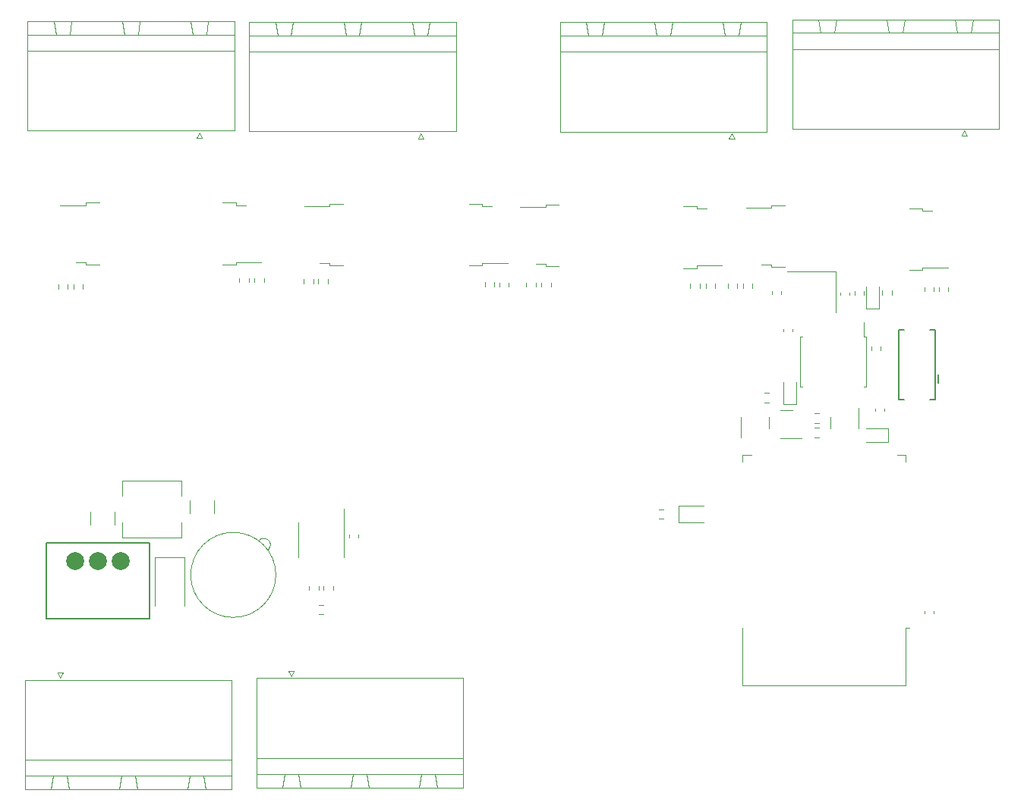
<source format=gbr>
%TF.GenerationSoftware,KiCad,Pcbnew,(5.99.0-12255-gad1ee958b0)*%
%TF.CreationDate,2022-02-21T16:33:45+02:00*%
%TF.ProjectId,esp32-ledstrip-driver,65737033-322d-46c6-9564-73747269702d,rev?*%
%TF.SameCoordinates,Original*%
%TF.FileFunction,Legend,Top*%
%TF.FilePolarity,Positive*%
%FSLAX46Y46*%
G04 Gerber Fmt 4.6, Leading zero omitted, Abs format (unit mm)*
G04 Created by KiCad (PCBNEW (5.99.0-12255-gad1ee958b0)) date 2022-02-21 16:33:45*
%MOMM*%
%LPD*%
G01*
G04 APERTURE LIST*
%ADD10C,0.120000*%
%ADD11C,0.150000*%
%ADD12C,2.000000*%
G04 APERTURE END LIST*
D10*
%TO.C,R22*%
X153962742Y-96122500D02*
X154437258Y-96122500D01*
X153962742Y-95077500D02*
X154437258Y-95077500D01*
%TO.C,R13*%
X142822500Y-80562742D02*
X142822500Y-81037258D01*
X141777500Y-80562742D02*
X141777500Y-81037258D01*
%TO.C,D5*%
X148860000Y-96100000D02*
X148860000Y-95450000D01*
X145740000Y-96100000D02*
X145740000Y-95450000D01*
X148860000Y-96100000D02*
X148860000Y-96750000D01*
X145740000Y-96100000D02*
X145740000Y-97775000D01*
%TO.C,R12*%
X144277500Y-80562742D02*
X144277500Y-81037258D01*
X145322500Y-80562742D02*
X145322500Y-81037258D01*
%TO.C,U4*%
X159435000Y-86540000D02*
X159435000Y-84850000D01*
X152290000Y-89300000D02*
X152290000Y-86540000D01*
X159710000Y-89300000D02*
X159710000Y-86540000D01*
X159710000Y-92060000D02*
X159435000Y-92060000D01*
X152290000Y-89300000D02*
X152290000Y-92060000D01*
X152290000Y-86540000D02*
X152565000Y-86540000D01*
X152290000Y-92060000D02*
X152565000Y-92060000D01*
X159710000Y-89300000D02*
X159710000Y-92060000D01*
X159710000Y-86540000D02*
X159435000Y-86540000D01*
%TO.C,Q6*%
X125430000Y-71750000D02*
X123930000Y-71750000D01*
X123930000Y-71750000D02*
X123930000Y-72020000D01*
X123930000Y-72020000D02*
X121100000Y-72020000D01*
X125430000Y-78650000D02*
X123930000Y-78650000D01*
X123930000Y-78380000D02*
X122830000Y-78380000D01*
X123930000Y-78650000D02*
X123930000Y-78380000D01*
%TO.C,R26*%
X136562742Y-105777500D02*
X137037258Y-105777500D01*
X136562742Y-106822500D02*
X137037258Y-106822500D01*
%TO.C,R8*%
X123477500Y-80937258D02*
X123477500Y-80462742D01*
X124522500Y-80937258D02*
X124522500Y-80462742D01*
%TO.C,R6*%
X147022500Y-81037258D02*
X147022500Y-80562742D01*
X145977500Y-81037258D02*
X145977500Y-80562742D01*
%TO.C,C2*%
X73140000Y-106063748D02*
X73140000Y-107486252D01*
X75860000Y-106063748D02*
X75860000Y-107486252D01*
%TO.C,Q1*%
X89370000Y-78450000D02*
X89370000Y-78180000D01*
X89370000Y-71820000D02*
X90470000Y-71820000D01*
X89370000Y-71550000D02*
X89370000Y-71820000D01*
X87870000Y-78450000D02*
X89370000Y-78450000D01*
X89370000Y-78180000D02*
X92200000Y-78180000D01*
X87870000Y-71550000D02*
X89370000Y-71550000D01*
%TO.C,R3*%
X90822500Y-80437258D02*
X90822500Y-79962742D01*
X89777500Y-80437258D02*
X89777500Y-79962742D01*
%TO.C,P4*%
X128710000Y-52890000D02*
X130210000Y-52890000D01*
X143700000Y-51390000D02*
X143950000Y-52890000D01*
X145450000Y-52890000D02*
X145700000Y-51390000D01*
X148620000Y-54690000D02*
X125540000Y-54690000D01*
X148620000Y-52890000D02*
X148620000Y-54690000D01*
X125540000Y-63610000D02*
X148620000Y-63610000D01*
X125540000Y-54690000D02*
X125540000Y-52890000D01*
X144400000Y-64410000D02*
X144700000Y-63810000D01*
X125540000Y-52890000D02*
X148620000Y-52890000D01*
X145700000Y-51390000D02*
X143700000Y-51390000D01*
X136330000Y-52890000D02*
X137830000Y-52890000D01*
X130210000Y-52890000D02*
X130460000Y-51390000D01*
X136080000Y-51390000D02*
X136330000Y-52890000D01*
X137830000Y-52890000D02*
X138080000Y-51390000D01*
X148620000Y-51390000D02*
X125540000Y-51390000D01*
X143950000Y-52890000D02*
X145450000Y-52890000D01*
X138080000Y-51390000D02*
X136080000Y-51390000D01*
X145000000Y-64410000D02*
X144400000Y-64410000D01*
X125540000Y-51390000D02*
X125540000Y-63610000D01*
X144700000Y-63810000D02*
X145000000Y-64410000D01*
X148620000Y-63610000D02*
X148620000Y-51390000D01*
X130460000Y-51390000D02*
X128460000Y-51390000D01*
X128460000Y-51390000D02*
X128710000Y-52890000D01*
%TO.C,R10*%
X98577500Y-80537258D02*
X98577500Y-80062742D01*
X99622500Y-80537258D02*
X99622500Y-80062742D01*
%TO.C,R25*%
X148837258Y-93822500D02*
X148362742Y-93822500D01*
X148837258Y-92777500D02*
X148362742Y-92777500D01*
%TO.C,R19*%
X98637742Y-116452500D02*
X99112258Y-116452500D01*
X98637742Y-117497500D02*
X99112258Y-117497500D01*
%TO.C,Q7*%
X116870000Y-71920000D02*
X117970000Y-71920000D01*
X115370000Y-78550000D02*
X116870000Y-78550000D01*
X116870000Y-71650000D02*
X116870000Y-71920000D01*
X116870000Y-78280000D02*
X119700000Y-78280000D01*
X116870000Y-78550000D02*
X116870000Y-78280000D01*
X115370000Y-71650000D02*
X116870000Y-71650000D01*
%TO.C,C3*%
X167210000Y-117134420D02*
X167210000Y-117415580D01*
X166190000Y-117134420D02*
X166190000Y-117415580D01*
%TO.C,P3*%
X154630000Y-52567500D02*
X156130000Y-52567500D01*
X174540000Y-63287500D02*
X174540000Y-51067500D01*
X174540000Y-51067500D02*
X151460000Y-51067500D01*
X162250000Y-52567500D02*
X163750000Y-52567500D01*
X170320000Y-64087500D02*
X170620000Y-63487500D01*
X174540000Y-54367500D02*
X151460000Y-54367500D01*
X169620000Y-51067500D02*
X169870000Y-52567500D01*
X156130000Y-52567500D02*
X156380000Y-51067500D01*
X154380000Y-51067500D02*
X154630000Y-52567500D01*
X170620000Y-63487500D02*
X170920000Y-64087500D01*
X151460000Y-63287500D02*
X174540000Y-63287500D01*
X151460000Y-51067500D02*
X151460000Y-63287500D01*
X171370000Y-52567500D02*
X171620000Y-51067500D01*
X170920000Y-64087500D02*
X170320000Y-64087500D01*
X156380000Y-51067500D02*
X154380000Y-51067500D01*
X162000000Y-51067500D02*
X162250000Y-52567500D01*
X151460000Y-54367500D02*
X151460000Y-52567500D01*
X151460000Y-52567500D02*
X174540000Y-52567500D01*
X164000000Y-51067500D02*
X162000000Y-51067500D01*
X171620000Y-51067500D02*
X169620000Y-51067500D01*
X174540000Y-52567500D02*
X174540000Y-54367500D01*
X169870000Y-52567500D02*
X171370000Y-52567500D01*
X163750000Y-52567500D02*
X164000000Y-51067500D01*
%TO.C,Q8*%
X99830000Y-71650000D02*
X99830000Y-71920000D01*
X101330000Y-71650000D02*
X99830000Y-71650000D01*
X99830000Y-71920000D02*
X97000000Y-71920000D01*
X101330000Y-78550000D02*
X99830000Y-78550000D01*
X99830000Y-78550000D02*
X99830000Y-78280000D01*
X99830000Y-78280000D02*
X98730000Y-78280000D01*
%TO.C,R9*%
X117177500Y-80912258D02*
X117177500Y-80437742D01*
X118222500Y-80912258D02*
X118222500Y-80437742D01*
%TO.C,R7*%
X141122500Y-81037258D02*
X141122500Y-80562742D01*
X140077500Y-81037258D02*
X140077500Y-80562742D01*
%TO.C,D3*%
X150465000Y-94060000D02*
X151935000Y-94060000D01*
X151935000Y-94060000D02*
X151935000Y-91600000D01*
X150465000Y-91600000D02*
X150465000Y-94060000D01*
%TO.C,P6*%
X91660000Y-136832500D02*
X114740000Y-136832500D01*
X95880000Y-123812500D02*
X95580000Y-124412500D01*
X91660000Y-133532500D02*
X114740000Y-133532500D01*
X96330000Y-135332500D02*
X94830000Y-135332500D01*
X95580000Y-124412500D02*
X95280000Y-123812500D01*
X111570000Y-135332500D02*
X110070000Y-135332500D01*
X114740000Y-124612500D02*
X91660000Y-124612500D01*
X94830000Y-135332500D02*
X94580000Y-136832500D01*
X111820000Y-136832500D02*
X111570000Y-135332500D01*
X91660000Y-124612500D02*
X91660000Y-136832500D01*
X96580000Y-136832500D02*
X96330000Y-135332500D01*
X95280000Y-123812500D02*
X95880000Y-123812500D01*
X91660000Y-135332500D02*
X91660000Y-133532500D01*
X114740000Y-133532500D02*
X114740000Y-135332500D01*
X110070000Y-135332500D02*
X109820000Y-136832500D01*
X114740000Y-136832500D02*
X114740000Y-124612500D01*
X114740000Y-135332500D02*
X91660000Y-135332500D01*
X102450000Y-135332500D02*
X102200000Y-136832500D01*
X109820000Y-136832500D02*
X111820000Y-136832500D01*
X104200000Y-136832500D02*
X103950000Y-135332500D01*
X102200000Y-136832500D02*
X104200000Y-136832500D01*
X103950000Y-135332500D02*
X102450000Y-135332500D01*
X94580000Y-136832500D02*
X96580000Y-136832500D01*
%TO.C,R11*%
X168822500Y-80962742D02*
X168822500Y-81437258D01*
X167777500Y-80962742D02*
X167777500Y-81437258D01*
%TO.C,U1*%
X145880000Y-100450000D02*
X145880000Y-99670000D01*
X164120000Y-125415000D02*
X164120000Y-118995000D01*
X145880000Y-99670000D02*
X146880000Y-99670000D01*
X164120000Y-118995000D02*
X164500000Y-118995000D01*
X164120000Y-99670000D02*
X163120000Y-99670000D01*
X145880000Y-125415000D02*
X145880000Y-118995000D01*
X164120000Y-100450000D02*
X164120000Y-99670000D01*
X164120000Y-125415000D02*
X145880000Y-125415000D01*
%TO.C,R14*%
X121777500Y-80462742D02*
X121777500Y-80937258D01*
X122822500Y-80462742D02*
X122822500Y-80937258D01*
%TO.C,Q2*%
X72630000Y-78450000D02*
X72630000Y-78180000D01*
X74130000Y-71550000D02*
X72630000Y-71550000D01*
X72630000Y-78180000D02*
X71530000Y-78180000D01*
X72630000Y-71550000D02*
X72630000Y-71820000D01*
X72630000Y-71820000D02*
X69800000Y-71820000D01*
X74130000Y-78450000D02*
X72630000Y-78450000D01*
%TO.C,D2*%
X159665000Y-83360000D02*
X161135000Y-83360000D01*
X159665000Y-80900000D02*
X159665000Y-83360000D01*
X161135000Y-83360000D02*
X161135000Y-80900000D01*
%TO.C,R1*%
X92522500Y-79937742D02*
X92522500Y-80412258D01*
X91477500Y-79937742D02*
X91477500Y-80412258D01*
%TO.C,R18*%
X98622500Y-114337742D02*
X98622500Y-114812258D01*
X97577500Y-114337742D02*
X97577500Y-114812258D01*
%TO.C,R23*%
X154437258Y-97722500D02*
X153962742Y-97722500D01*
X154437258Y-96677500D02*
X153962742Y-96677500D01*
D11*
%TO.C,J1*%
X167725000Y-91700000D02*
X167725000Y-90700000D01*
X163925000Y-93500000D02*
X163325000Y-93500000D01*
X167425000Y-85700000D02*
X166825000Y-85700000D01*
X167425000Y-93500000D02*
X167425000Y-85700000D01*
X163325000Y-93500000D02*
X163325000Y-85700000D01*
X163325000Y-85700000D02*
X163925000Y-85700000D01*
X166825000Y-93500000D02*
X167425000Y-93500000D01*
D10*
%TO.C,R5*%
X167222500Y-81437258D02*
X167222500Y-80962742D01*
X166177500Y-81437258D02*
X166177500Y-80962742D01*
%TO.C,Q3*%
X165970000Y-79050000D02*
X165970000Y-78780000D01*
X165970000Y-78780000D02*
X168800000Y-78780000D01*
X164470000Y-72150000D02*
X165970000Y-72150000D01*
X165970000Y-72150000D02*
X165970000Y-72420000D01*
X164470000Y-79050000D02*
X165970000Y-79050000D01*
X165970000Y-72420000D02*
X167070000Y-72420000D01*
%TO.C,C1*%
X86960000Y-106186252D02*
X86960000Y-104763748D01*
X84240000Y-106186252D02*
X84240000Y-104763748D01*
%TO.C,R2*%
X72322500Y-80662742D02*
X72322500Y-81137258D01*
X71277500Y-80662742D02*
X71277500Y-81137258D01*
%TO.C,C4*%
X103010000Y-108915580D02*
X103010000Y-108634420D01*
X101990000Y-108915580D02*
X101990000Y-108634420D01*
%TO.C,D6*%
X141600000Y-105340000D02*
X138740000Y-105340000D01*
X138740000Y-105340000D02*
X138740000Y-107260000D01*
X138740000Y-107260000D02*
X141600000Y-107260000D01*
%TO.C,Y1*%
X156300000Y-79250000D02*
X150900000Y-79250000D01*
X156300000Y-83750000D02*
X156300000Y-79250000D01*
%TO.C,Q5*%
X139270000Y-71950000D02*
X140770000Y-71950000D01*
X140770000Y-78850000D02*
X140770000Y-78580000D01*
X140770000Y-72220000D02*
X141870000Y-72220000D01*
X140770000Y-71950000D02*
X140770000Y-72220000D01*
X139270000Y-78850000D02*
X140770000Y-78850000D01*
X140770000Y-78580000D02*
X143600000Y-78580000D01*
%TO.C,Q10*%
X150800000Y-97860000D02*
X150150000Y-97860000D01*
X150800000Y-94740000D02*
X151450000Y-94740000D01*
X150800000Y-97860000D02*
X152475000Y-97860000D01*
X150800000Y-94740000D02*
X150150000Y-94740000D01*
%TO.C,R17*%
X99177500Y-114337742D02*
X99177500Y-114812258D01*
X100222500Y-114337742D02*
X100222500Y-114812258D01*
%TO.C,Q9*%
X155740000Y-96100000D02*
X155740000Y-96750000D01*
X158860000Y-96100000D02*
X158860000Y-96750000D01*
X155740000Y-96100000D02*
X155740000Y-95450000D01*
X158860000Y-96100000D02*
X158860000Y-94425000D01*
%TO.C,C5*%
X157810000Y-81865580D02*
X157810000Y-81584420D01*
X156790000Y-81865580D02*
X156790000Y-81584420D01*
%TO.C,F1*%
X93200000Y-109680000D02*
X93160000Y-109970000D01*
X91880000Y-109250000D02*
X92020000Y-109130000D01*
X92020000Y-109130000D02*
X92180000Y-109040000D01*
X93120000Y-109390000D02*
X93200000Y-109680000D01*
X93080000Y-110150000D02*
X92930000Y-110280000D01*
X92430000Y-108990000D02*
X92690000Y-109020000D01*
X92180000Y-109040000D02*
X92430000Y-108990000D01*
X93160000Y-109970000D02*
X93080000Y-110150000D01*
X92690000Y-109020000D02*
X92950000Y-109170000D01*
X92950000Y-109170000D02*
X93120000Y-109390000D01*
X93850000Y-113100000D02*
G75*
G03*
X93850000Y-113100000I-4750000J0D01*
G01*
%TO.C,U3*%
X101460000Y-109175000D02*
X101460000Y-105725000D01*
X96340000Y-109175000D02*
X96340000Y-107225000D01*
X96340000Y-109175000D02*
X96340000Y-111125000D01*
X101460000Y-109175000D02*
X101460000Y-111125000D01*
%TO.C,L1*%
X83300000Y-108975000D02*
X76700000Y-108975000D01*
X76700000Y-104275000D02*
X76700000Y-102575000D01*
X76700000Y-102575000D02*
X83300000Y-102575000D01*
X83300000Y-107275000D02*
X83300000Y-108975000D01*
X76700000Y-108975000D02*
X76700000Y-107275000D01*
X83300000Y-102575000D02*
X83300000Y-104275000D01*
%TO.C,R15*%
X118777500Y-80462742D02*
X118777500Y-80937258D01*
X119822500Y-80462742D02*
X119822500Y-80937258D01*
%TO.C,P2*%
X66160000Y-54567500D02*
X66160000Y-52767500D01*
X66160000Y-63487500D02*
X89240000Y-63487500D01*
X78450000Y-52767500D02*
X78700000Y-51267500D01*
X89240000Y-52767500D02*
X89240000Y-54567500D01*
X76700000Y-51267500D02*
X76950000Y-52767500D01*
X85320000Y-63687500D02*
X85620000Y-64287500D01*
X66160000Y-51267500D02*
X66160000Y-63487500D01*
X89240000Y-54567500D02*
X66160000Y-54567500D01*
X69330000Y-52767500D02*
X70830000Y-52767500D01*
X66160000Y-52767500D02*
X89240000Y-52767500D01*
X76950000Y-52767500D02*
X78450000Y-52767500D01*
X85620000Y-64287500D02*
X85020000Y-64287500D01*
X70830000Y-52767500D02*
X71080000Y-51267500D01*
X89240000Y-51267500D02*
X66160000Y-51267500D01*
X84570000Y-52767500D02*
X86070000Y-52767500D01*
X78700000Y-51267500D02*
X76700000Y-51267500D01*
X71080000Y-51267500D02*
X69080000Y-51267500D01*
X84320000Y-51267500D02*
X84570000Y-52767500D01*
X86320000Y-51267500D02*
X84320000Y-51267500D01*
X69080000Y-51267500D02*
X69330000Y-52767500D01*
X86070000Y-52767500D02*
X86320000Y-51267500D01*
X89240000Y-63487500D02*
X89240000Y-51267500D01*
X85020000Y-64287500D02*
X85320000Y-63687500D01*
%TO.C,D4*%
X162160000Y-96765000D02*
X159700000Y-96765000D01*
X162160000Y-98235000D02*
X162160000Y-96765000D01*
X159700000Y-98235000D02*
X162160000Y-98235000D01*
%TO.C,R21*%
X160277500Y-88037258D02*
X160277500Y-87562742D01*
X161322500Y-88037258D02*
X161322500Y-87562742D01*
%TO.C,C8*%
X161710000Y-94815580D02*
X161710000Y-94534420D01*
X160690000Y-94815580D02*
X160690000Y-94534420D01*
%TO.C,R4*%
X69577500Y-81137258D02*
X69577500Y-80662742D01*
X70622500Y-81137258D02*
X70622500Y-80662742D01*
%TO.C,P5*%
X109270000Y-52867500D02*
X110770000Y-52867500D01*
X109020000Y-51367500D02*
X109270000Y-52867500D01*
X103150000Y-52867500D02*
X103400000Y-51367500D01*
X110020000Y-63787500D02*
X110320000Y-64387500D01*
X109720000Y-64387500D02*
X110020000Y-63787500D01*
X90860000Y-54667500D02*
X90860000Y-52867500D01*
X110770000Y-52867500D02*
X111020000Y-51367500D01*
X90860000Y-52867500D02*
X113940000Y-52867500D01*
X113940000Y-63587500D02*
X113940000Y-51367500D01*
X95530000Y-52867500D02*
X95780000Y-51367500D01*
X110320000Y-64387500D02*
X109720000Y-64387500D01*
X101650000Y-52867500D02*
X103150000Y-52867500D01*
X113940000Y-52867500D02*
X113940000Y-54667500D01*
X94030000Y-52867500D02*
X95530000Y-52867500D01*
X113940000Y-51367500D02*
X90860000Y-51367500D01*
X95780000Y-51367500D02*
X93780000Y-51367500D01*
X90860000Y-51367500D02*
X90860000Y-63587500D01*
X101400000Y-51367500D02*
X101650000Y-52867500D01*
X93780000Y-51367500D02*
X94030000Y-52867500D01*
X113940000Y-54667500D02*
X90860000Y-54667500D01*
X90860000Y-63587500D02*
X113940000Y-63587500D01*
X111020000Y-51367500D02*
X109020000Y-51367500D01*
X103400000Y-51367500D02*
X101400000Y-51367500D01*
D11*
%TO.C,U2*%
X79750000Y-109525000D02*
X68250000Y-109525000D01*
X68250000Y-109525000D02*
X68250000Y-118025000D01*
X79750000Y-118025000D02*
X79750000Y-109525000D01*
X68250000Y-118025000D02*
X79750000Y-118025000D01*
D10*
%TO.C,R16*%
X96977500Y-80062742D02*
X96977500Y-80537258D01*
X98022500Y-80062742D02*
X98022500Y-80537258D01*
%TO.C,C6*%
X150210000Y-81459420D02*
X150210000Y-81740580D01*
X149190000Y-81459420D02*
X149190000Y-81740580D01*
%TO.C,R20*%
X159422500Y-81862258D02*
X159422500Y-81387742D01*
X158377500Y-81862258D02*
X158377500Y-81387742D01*
%TO.C,Q4*%
X149130000Y-72120000D02*
X146300000Y-72120000D01*
X149130000Y-78480000D02*
X148030000Y-78480000D01*
X150630000Y-78750000D02*
X149130000Y-78750000D01*
X150630000Y-71850000D02*
X149130000Y-71850000D01*
X149130000Y-78750000D02*
X149130000Y-78480000D01*
X149130000Y-71850000D02*
X149130000Y-72120000D01*
%TO.C,D1*%
X83650000Y-111175000D02*
X83650000Y-116575000D01*
X83650000Y-111175000D02*
X80350000Y-111175000D01*
X80350000Y-111175000D02*
X80350000Y-116575000D01*
%TO.C,P1*%
X86020000Y-137032500D02*
X85770000Y-135532500D01*
X65860000Y-133732500D02*
X88940000Y-133732500D01*
X70080000Y-124012500D02*
X69780000Y-124612500D01*
X76650000Y-135532500D02*
X76400000Y-137032500D01*
X65860000Y-124812500D02*
X65860000Y-137032500D01*
X70530000Y-135532500D02*
X69030000Y-135532500D01*
X70780000Y-137032500D02*
X70530000Y-135532500D01*
X88940000Y-133732500D02*
X88940000Y-135532500D01*
X85770000Y-135532500D02*
X84270000Y-135532500D01*
X88940000Y-137032500D02*
X88940000Y-124812500D01*
X78400000Y-137032500D02*
X78150000Y-135532500D01*
X88940000Y-135532500D02*
X65860000Y-135532500D01*
X84020000Y-137032500D02*
X86020000Y-137032500D01*
X69030000Y-135532500D02*
X68780000Y-137032500D01*
X88940000Y-124812500D02*
X65860000Y-124812500D01*
X84270000Y-135532500D02*
X84020000Y-137032500D01*
X69480000Y-124012500D02*
X70080000Y-124012500D01*
X76400000Y-137032500D02*
X78400000Y-137032500D01*
X65860000Y-135532500D02*
X65860000Y-133732500D01*
X69780000Y-124612500D02*
X69480000Y-124012500D01*
X65860000Y-137032500D02*
X88940000Y-137032500D01*
X68780000Y-137032500D02*
X70780000Y-137032500D01*
X78150000Y-135532500D02*
X76650000Y-135532500D01*
%TO.C,C7*%
X150490000Y-85659420D02*
X150490000Y-85940580D01*
X151510000Y-85659420D02*
X151510000Y-85940580D01*
%TO.C,R24*%
X162522500Y-81362742D02*
X162522500Y-81837258D01*
X161477500Y-81362742D02*
X161477500Y-81837258D01*
%TD*%
D12*
%TO.C,U2*%
X76540000Y-111525000D03*
X74000000Y-111525000D03*
X71460000Y-111525000D03*
%TD*%
M02*

</source>
